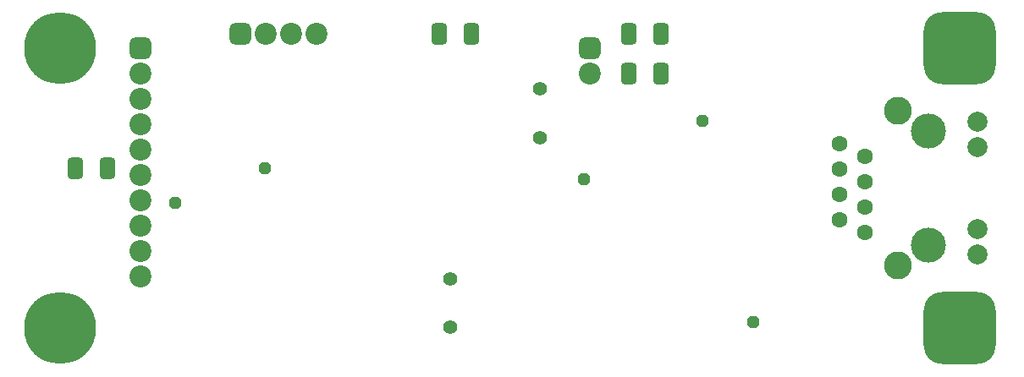
<source format=gts>
G04*
G04 #@! TF.GenerationSoftware,Altium Limited,Altium Designer,22.11.1 (43)*
G04*
G04 Layer_Color=8388736*
%FSLAX44Y44*%
%MOMM*%
G71*
G04*
G04 #@! TF.SameCoordinates,DE08DE9B-F6C2-4E1B-A14B-2B9FB2CCB798*
G04*
G04*
G04 #@! TF.FilePolarity,Negative*
G04*
G01*
G75*
G04:AMPARAMS|DCode=15|XSize=2.2mm|YSize=1.6mm|CornerRadius=0.45mm|HoleSize=0mm|Usage=FLASHONLY|Rotation=90.000|XOffset=0mm|YOffset=0mm|HoleType=Round|Shape=RoundedRectangle|*
%AMROUNDEDRECTD15*
21,1,2.2000,0.7000,0,0,90.0*
21,1,1.3000,1.6000,0,0,90.0*
1,1,0.9000,0.3500,0.6500*
1,1,0.9000,0.3500,-0.6500*
1,1,0.9000,-0.3500,-0.6500*
1,1,0.9000,-0.3500,0.6500*
%
%ADD15ROUNDEDRECTD15*%
G04:AMPARAMS|DCode=16|XSize=2.2mm|YSize=2.2mm|CornerRadius=0.6mm|HoleSize=0mm|Usage=FLASHONLY|Rotation=270.000|XOffset=0mm|YOffset=0mm|HoleType=Round|Shape=RoundedRectangle|*
%AMROUNDEDRECTD16*
21,1,2.2000,1.0000,0,0,270.0*
21,1,1.0000,2.2000,0,0,270.0*
1,1,1.2000,-0.5000,-0.5000*
1,1,1.2000,-0.5000,0.5000*
1,1,1.2000,0.5000,0.5000*
1,1,1.2000,0.5000,-0.5000*
%
%ADD16ROUNDEDRECTD16*%
%ADD17C,2.2000*%
%ADD18C,2.0000*%
%ADD19C,1.6000*%
%ADD20C,3.5000*%
%ADD21C,2.8000*%
%ADD22C,1.4000*%
G04:AMPARAMS|DCode=23|XSize=2.2mm|YSize=2.2mm|CornerRadius=0.6mm|HoleSize=0mm|Usage=FLASHONLY|Rotation=0.000|XOffset=0mm|YOffset=0mm|HoleType=Round|Shape=RoundedRectangle|*
%AMROUNDEDRECTD23*
21,1,2.2000,1.0000,0,0,0.0*
21,1,1.0000,2.2000,0,0,0.0*
1,1,1.2000,0.5000,-0.5000*
1,1,1.2000,-0.5000,-0.5000*
1,1,1.2000,-0.5000,0.5000*
1,1,1.2000,0.5000,0.5000*
%
%ADD23ROUNDEDRECTD23*%
G04:AMPARAMS|DCode=24|XSize=1.2mm|YSize=1.2mm|CornerRadius=0mm|HoleSize=0mm|Usage=FLASHONLY|Rotation=90.000|XOffset=0mm|YOffset=0mm|HoleType=Round|Shape=Octagon|*
%AMOCTAGOND24*
4,1,8,0.3000,0.6000,-0.3000,0.6000,-0.6000,0.3000,-0.6000,-0.3000,-0.3000,-0.6000,0.3000,-0.6000,0.6000,-0.3000,0.6000,0.3000,0.3000,0.6000,0.0*
%
%ADD24OCTAGOND24*%

%ADD25C,7.2000*%
G04:AMPARAMS|DCode=26|XSize=7.2mm|YSize=7.2mm|CornerRadius=1.85mm|HoleSize=0mm|Usage=FLASHONLY|Rotation=0.000|XOffset=0mm|YOffset=0mm|HoleType=Round|Shape=RoundedRectangle|*
%AMROUNDEDRECTD26*
21,1,7.2000,3.5000,0,0,0.0*
21,1,3.5000,7.2000,0,0,0.0*
1,1,3.7000,1.7500,-1.7500*
1,1,3.7000,-1.7500,-1.7500*
1,1,3.7000,-1.7500,1.7500*
1,1,3.7000,1.7500,1.7500*
%
%ADD26ROUNDEDRECTD26*%
G04:AMPARAMS|DCode=27|XSize=1.2mm|YSize=1.2mm|CornerRadius=0mm|HoleSize=0mm|Usage=FLASHONLY|Rotation=0.000|XOffset=0mm|YOffset=0mm|HoleType=Round|Shape=Octagon|*
%AMOCTAGOND27*
4,1,8,0.6000,-0.3000,0.6000,0.3000,0.3000,0.6000,-0.3000,0.6000,-0.6000,0.3000,-0.6000,-0.3000,-0.3000,-0.6000,0.3000,-0.6000,0.6000,-0.3000,0.0*
%
%ADD27OCTAGOND27*%

D15*
X651000Y345000D02*
D03*
X619000D02*
D03*
X651000Y305000D02*
D03*
X619000D02*
D03*
X461000Y345000D02*
D03*
X429000D02*
D03*
X97000Y210000D02*
D03*
X65000D02*
D03*
D16*
X580000Y330000D02*
D03*
X130000D02*
D03*
D17*
X580000Y304600D02*
D03*
X130000D02*
D03*
Y253800D02*
D03*
Y228400D02*
D03*
Y279200D02*
D03*
Y177600D02*
D03*
Y152200D02*
D03*
Y203000D02*
D03*
Y126800D02*
D03*
Y101400D02*
D03*
X255400Y345000D02*
D03*
X306200D02*
D03*
X280800D02*
D03*
D18*
X967500Y230900D02*
D03*
Y256300D02*
D03*
Y149100D02*
D03*
Y123700D02*
D03*
D19*
X829600Y234450D02*
D03*
X855000Y221750D02*
D03*
X829600Y209050D02*
D03*
X855000Y196350D02*
D03*
X829600Y183650D02*
D03*
X855000Y170950D02*
D03*
X829600Y158250D02*
D03*
X855000Y145550D02*
D03*
D20*
X918500Y247150D02*
D03*
Y132850D02*
D03*
D21*
X888000Y267450D02*
D03*
Y112550D02*
D03*
D22*
X530000Y240600D02*
D03*
Y289400D02*
D03*
X440000Y50600D02*
D03*
Y99400D02*
D03*
D23*
X230000Y345000D02*
D03*
D24*
X573720Y198720D02*
D03*
X743000Y56000D02*
D03*
X692681Y257564D02*
D03*
X255000Y210000D02*
D03*
D25*
X50000Y50000D02*
D03*
Y330000D02*
D03*
D26*
X950000D02*
D03*
Y50000D02*
D03*
D27*
X165000Y175000D02*
D03*
M02*

</source>
